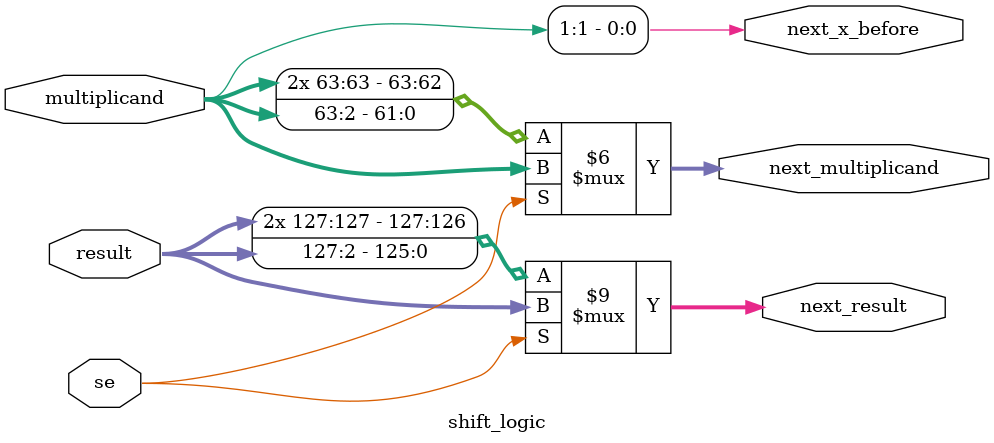
<source format=v>
module shift_logic(next_result, next_multiplicand, next_x_before, se, result, multiplicand);			//arithmetic shift 2-bit logic
	input se;
	input signed [63:0] multiplicand;
	input signed [127:0] result;
	output reg next_x_before;
	output reg signed [63:0] next_multiplicand;
	output reg signed [127:0] next_result;
	
	always@(result, multiplicand, se) begin
		next_x_before = multiplicand[1];			//remember x_before
		if(se == 1'b1)		begin next_result = result; next_multiplicand = multiplicand;	end		//if se == 0, don't shift
		else					begin next_result = result >>> 2; next_multiplicand = multiplicand >>> 2;	end		//if se == 1, arithmetic shift	
		end
	endmodule
	
</source>
